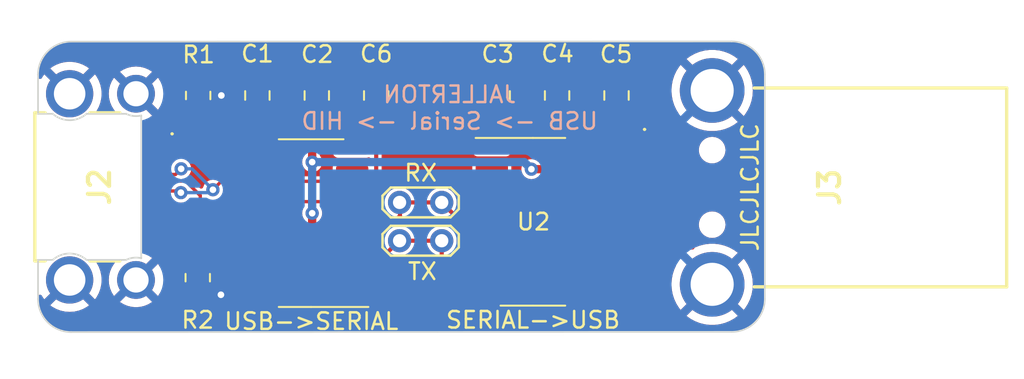
<source format=kicad_pcb>
(kicad_pcb (version 20221018) (generator pcbnew)
  (layers (0 "F.Cu" signal) (31 "B.Cu" signal) (34 "B.Paste" user) (35 "F.Paste" user) (36 "B.SilkS" user "B.Silkscreen") (37 "F.SilkS" user "F.Silkscreen") (38 "B.Mask" user) (39 "F.Mask" user) (44 "Edge.Cuts" user))
  (net 0 "")
  (net 10 "Net-(U2-V33)")
  (net 11 "GND")
  (net 12 "CC1")
  (net 13 "DI+")
  (net 14 "DI-")
  (net 16 "CC2")
  (net 17 "CH340_TX")
  (net 18 "CH340_RX")
  (net 20 "USB_VIN")
  (net 21 "Net-(U2-UD-)")
  (net 22 "Net-(U2-UD+)")
  (net 23 "Net-(U1-V3)")
  (footprint "Capacitor_SMD:C_0805_2012Metric_Pad1.18x1.45mm_HandSolder" (layer "F.Cu") (at 135.1788 69.2619 90)
    (fp_text reference "C4" (at 2.5107 0.0254) (layer "F.SilkS"))
    (fp_text value "10uF")
    (fp_line (start -0.261252 -0.735) (end 0.261252 -0.735) (stroke (width 0.12)) (layer "F.SilkS"))
    (fp_line (start -0.261252 0.735) (end 0.261252 0.735) (stroke (width 0.12)) (layer "F.SilkS"))
    (pad "1" smd roundrect (at -1.0375 0 90) (size 1.175 1.45) (layers "F.Cu" "F.Paste" "F.Mask") (roundrect_rratio 0.212766) (net 20 "USB_VIN"))
    (pad "2" smd roundrect (at 1.0375 0 90) (size 1.175 1.45) (layers "F.Cu" "F.Paste" "F.Mask") (roundrect_rratio 0.212766) (net 11 "GND"))
  )
  (footprint "TestPoint:TestPoint_2Pads_Pitch2.54mm_Drill0.8mm" (layer "F.Cu") (at 128.2246 78.0288 180)
    (fp_text reference "JP1" hide)
    (fp_text value "TX" (at 1.1684 -1.8542 180) (layer "F.SilkS"))
    (fp_line (start -1.03 -0.4) (end -0.53 -0.9) (stroke (width 0.15)) (layer "F.SilkS"))
    (fp_line (start -1.03 0.4) (end -1.03 -0.4) (stroke (width 0.15)) (layer "F.SilkS"))
    (fp_line (start -0.53 -0.9) (end 3.07 -0.9) (stroke (width 0.15)) (layer "F.SilkS"))
    (fp_line (start -0.53 0.9) (end -1.03 0.4) (stroke (width 0.15)) (layer "F.SilkS"))
    (fp_line (start 3.07 -0.9) (end 3.57 -0.4) (stroke (width 0.15)) (layer "F.SilkS"))
    (fp_line (start 3.07 0.9) (end -0.53 0.9) (stroke (width 0.15)) (layer "F.SilkS"))
    (fp_line (start 3.57 -0.4) (end 3.57 0.4) (stroke (width 0.15)) (layer "F.SilkS"))
    (fp_line (start 3.57 0.4) (end 3.07 0.9) (stroke (width 0.15)) (layer "F.SilkS"))
    (pad "1" thru_hole circle (at 0 0 180) (size 1.4 1.4) (drill 0.8) (layers "*.Cu" "*.Mask") (net 17 "CH340_TX"))
    (pad "2" thru_hole circle (at 2.54 0 180) (size 1.4 1.4) (drill 0.8) (layers "*.Cu" "*.Mask") (net 17 "CH340_TX"))
  )
  (footprint "Resistor_SMD:R_0805_2012Metric_Pad1.20x1.40mm_HandSolder" (layer "F.Cu") (at 113.5192 80.2586 -90)
    (fp_text reference "R2" (at 2.556 0) (layer "F.SilkS"))
    (fp_text value "5.1k")
    (fp_line (start -0.227064 -0.735) (end 0.227064 -0.735) (stroke (width 0.12)) (layer "F.SilkS"))
    (fp_line (start -0.227064 0.735) (end 0.227064 0.735) (stroke (width 0.12)) (layer "F.SilkS"))
    (pad "1" smd roundrect (at -1 0 270) (size 1.2 1.4) (layers "F.Cu" "F.Paste" "F.Mask") (roundrect_rratio 0.2083333333) (net 16 "CC2"))
    (pad "2" smd roundrect (at 1 0 270) (size 1.2 1.4) (layers "F.Cu" "F.Paste" "F.Mask") (roundrect_rratio 0.2083333333) (net 11 "GND"))
  )
  (footprint "Capacitor_SMD:C_0805_2012Metric_Pad1.18x1.45mm_HandSolder" (layer "F.Cu") (at 120.6952 69.2619 90)
    (fp_text reference "C2" (at 2.4853 0.0254 180) (layer "F.SilkS"))
    (fp_text value "10uF")
    (fp_line (start -0.261252 -0.735) (end 0.261252 -0.735) (stroke (width 0.12)) (layer "F.SilkS"))
    (fp_line (start -0.261252 0.735) (end 0.261252 0.735) (stroke (width 0.12)) (layer "F.SilkS"))
    (pad "1" smd roundrect (at -1.0375 0 90) (size 1.175 1.45) (layers "F.Cu" "F.Paste" "F.Mask") (roundrect_rratio 0.212766) (net 20 "USB_VIN"))
    (pad "2" smd roundrect (at 1.0375 0 90) (size 1.175 1.45) (layers "F.Cu" "F.Paste" "F.Mask") (roundrect_rratio 0.212766) (net 11 "GND"))
  )
  (footprint "LibraryLoader:480372200" (layer "F.Cu") (at 152.101 74.811 90)
    (fp_text reference "J3" (at 0 -0.5 90) (layer "F.SilkS") (effects (font (size 1.27 1.27) (thickness 0.254))))
    (fp_text value "48037-2200" hide)
    (fp_line (start -6 -5.035) (end -6 10.175) (stroke (width 0.2)) (layer "F.SilkS"))
    (fp_line (start -6 10.175) (end 6 10.175) (stroke (width 0.2)) (layer "F.SilkS"))
    (fp_line (start 3.5 -11.7) (end 3.5 -11.7) (stroke (width 0.1)) (layer "F.SilkS"))
    (fp_line (start 3.5 -11.6) (end 3.5 -11.6) (stroke (width 0.1)) (layer "F.SilkS"))
    (fp_line (start 6 10.175) (end 6 -5.035) (stroke (width 0.2)) (layer "F.SilkS"))
    (fp_arc (start 3.5 -11.7) (mid 3.55 -11.65) (end 3.5 -11.6) (stroke (width 0.1)) (layer "F.SilkS"))
    (fp_arc (start 3.5 -11.6) (mid 3.45 -11.65) (end 3.5 -11.7) (stroke (width 0.1)) (layer "F.SilkS"))
    (pad "" np_thru_hole circle (at -2.25 -7.575 90) (size 1.1 1.1) (drill 1.1) (layers "*.Cu" "*.Mask"))
    (pad "" np_thru_hole circle (at 2.25 -7.575 90) (size 1.1 1.1) (drill 1.1) (layers "*.Cu" "*.Mask"))
    (pad "1" smd rect (at 3.5 -10.175 90) (size 1.2 2) (layers "F.Cu" "F.Paste" "F.Mask"))
    (pad "2" smd rect (at 1 -10.175 90) (size 1.2 2) (layers "F.Cu" "F.Paste" "F.Mask") (net 21 "Net-(U2-UD-)"))
    (pad "3" smd rect (at -1 -10.175 90) (size 1.2 2) (layers "F.Cu" "F.Paste" "F.Mask") (net 22 "Net-(U2-UD+)"))
    (pad "4" smd rect (at -3.5 -10.175 90) (size 1.2 2) (layers "F.Cu" "F.Paste" "F.Mask") (net 11 "GND"))
    (pad "MH1" thru_hole circle (at 5.85 -7.575 90) (size 3.9 3.9) (drill 2.6) (layers "*.Cu" "*.Mask") (net 11 "GND"))
    (pad "MH2" thru_hole circle (at -5.85 -7.575 90) (size 3.9 3.9) (drill 2.6) (layers "*.Cu" "*.Mask") (net 11 "GND"))
  )
  (footprint "TestPoint:TestPoint_2Pads_Pitch2.54mm_Drill0.8mm" (layer "F.Cu") (at 128.2246 75.7174 180)
    (fp_text reference "JP2" hide)
    (fp_text value "RX" (at 1.27 1.778 180) (layer "F.SilkS"))
    (fp_line (start -1.03 -0.4) (end -0.53 -0.9) (stroke (width 0.15)) (layer "F.SilkS"))
    (fp_line (start -1.03 0.4) (end -1.03 -0.4) (stroke (width 0.15)) (layer "F.SilkS"))
    (fp_line (start -0.53 -0.9) (end 3.07 -0.9) (stroke (width 0.15)) (layer "F.SilkS"))
    (fp_line (start -0.53 0.9) (end -1.03 0.4) (stroke (width 0.15)) (layer "F.SilkS"))
    (fp_line (start 3.07 -0.9) (end 3.57 -0.4) (stroke (width 0.15)) (layer "F.SilkS"))
    (fp_line (start 3.07 0.9) (end -0.53 0.9) (stroke (width 0.15)) (layer "F.SilkS"))
    (fp_line (start 3.57 -0.4) (end 3.57 0.4) (stroke (width 0.15)) (layer "F.SilkS"))
    (fp_line (start 3.57 0.4) (end 3.07 0.9) (stroke (width 0.15)) (layer "F.SilkS"))
    (pad "1" thru_hole circle (at 0 0 180) (size 1.4 1.4) (drill 0.8) (layers "*.Cu" "*.Mask") (net 18 "CH340_RX"))
    (pad "2" thru_hole circle (at 2.54 0 180) (size 1.4 1.4) (drill 0.8) (layers "*.Cu" "*.Mask") (net 18 "CH340_RX"))
  )
  (footprint "Package_SO:SOIC-16_3.9x9.9mm_P1.27mm" (layer "F.Cu") (at 120.3538 76.966 180)
    (fp_text reference "U1" hide)
    (fp_text value "CH340C")
    (fp_line (start 0 -5.06) (end -3.45 -5.06) (stroke (width 0.12)) (layer "F.SilkS"))
    (fp_line (start 0 -5.06) (end 1.95 -5.06) (stroke (width 0.12)) (layer "F.SilkS"))
    (fp_line (start 0 5.06) (end -1.95 5.06) (stroke (width 0.12)) (layer "F.SilkS"))
    (fp_line (start 0 5.06) (end 1.95 5.06) (stroke (width 0.12)) (layer "F.SilkS"))
    (pad "1" smd roundrect (at -2.475 -4.445 180) (size 1.95 0.6) (layers "F.Cu" "F.Paste" "F.Mask") (net 11 "GND"))
    (pad "2" smd roundrect (at -2.475 -3.175 180) (size 1.95 0.6) (layers "F.Cu" "F.Paste" "F.Mask") (net 17 "CH340_TX"))
    (pad "3" smd roundrect (at -2.475 -1.905 180) (size 1.95 0.6) (layers "F.Cu" "F.Paste" "F.Mask") (net 18 "CH340_RX"))
    (pad "4" smd roundrect (at -2.475 -0.635 180) (size 1.95 0.6) (layers "F.Cu" "F.Paste" "F.Mask") (net 23 "Net-(U1-V3)"))
    (pad "5" smd roundrect (at -2.475 0.635 180) (size 1.95 0.6) (layers "F.Cu" "F.Paste" "F.Mask") (net 13 "DI+"))
    (pad "6" smd roundrect (at -2.475 1.905 180) (size 1.95 0.6) (layers "F.Cu" "F.Paste" "F.Mask") (net 14 "DI-"))
    (pad "7" smd roundrect (at -2.475 3.175 180) (size 1.95 0.6) (layers "F.Cu" "F.Paste" "F.Mask"))
    (pad "8" smd roundrect (at -2.475 4.445 180) (size 1.95 0.6) (layers "F.Cu" "F.Paste" "F.Mask"))
    (pad "9" smd roundrect (at 2.475 4.445 180) (size 1.95 0.6) (layers "F.Cu" "F.Paste" "F.Mask"))
    (pad "10" smd roundrect (at 2.475 3.175 180) (size 1.95 0.6) (layers "F.Cu" "F.Paste" "F.Mask"))
    (pad "11" smd roundrect (at 2.475 1.905 180) (size 1.95 0.6) (layers "F.Cu" "F.Paste" "F.Mask"))
    (pad "12" smd roundrect (at 2.475 0.635 180) (size 1.95 0.6) (layers "F.Cu" "F.Paste" "F.Mask"))
    (pad "13" smd roundrect (at 2.475 -0.635 180) (size 1.95 0.6) (layers "F.Cu" "F.Paste" "F.Mask"))
    (pad "14" smd roundrect (at 2.475 -1.905 180) (size 1.95 0.6) (layers "F.Cu" "F.Paste" "F.Mask"))
    (pad "15" smd roundrect (at 2.475 -3.175 180) (size 1.95 0.6) (layers "F.Cu" "F.Paste" "F.Mask"))
    (pad "16" smd roundrect (at 2.475 -4.445 180) (size 1.95 0.6) (layers "F.Cu" "F.Paste" "F.Mask") (net 20 "USB_VIN"))
  )
  (footprint "Farnell:USB4520031A" (layer "F.Cu") (at 106.9476 74.7776 -90)
    (fp_text reference "J2" (at 0 -0.65 90) (layer "F.SilkS") (effects (font (size 1.27 1.27) (thickness 0.254))))
    (fp_text value "USB4520-03-1-A" hide)
    (fp_line (start -4.47 -1.875) (end -4.47 -0.075) (stroke (width 0.2)) (layer "F.SilkS"))
    (fp_line (start -4.47 2.625) (end -4.47 3.25) (stroke (width 0.2)) (layer "F.SilkS"))
    (fp_line (start -4.47 3.25) (end 4.47 3.25) (stroke (width 0.2)) (layer "F.SilkS"))
    (fp_line (start -3.2 -5.075) (end -3.2 -5.075) (stroke (width 0.1)) (layer "F.SilkS"))
    (fp_line (start -3.2 -4.975) (end -3.2 -4.975) (stroke (width 0.1)) (layer "F.SilkS"))
    (fp_line (start 4.47 -1.875) (end 4.47 -0.075) (stroke (width 0.2)) (layer "F.SilkS"))
    (fp_line (start 4.47 3.25) (end 4.47 2.625) (stroke (width 0.2)) (layer "F.SilkS"))
    (fp_arc (start -3.2 -5.075) (mid -3.15 -5.025) (end -3.2 -4.975) (stroke (width 0.1)) (layer "F.SilkS"))
    (fp_arc (start -3.2 -4.975) (mid -3.25 -5.025) (end -3.2 -5.075) (stroke (width 0.1)) (layer "F.SilkS"))
    (pad "A1" smd rect (at -3.2 -4 270) (size 0.6 1.1) (layers "F.Cu" "F.Paste" "F.Mask") (net 11 "GND"))
    (pad "A4" smd rect (at -2.4 -4 270) (size 0.6 1.1) (layers "F.Cu" "F.Paste" "F.Mask") (net 20 "USB_VIN"))
    (pad "A5" smd rect (at -1.25 -4 270) (size 0.3 1.1) (layers "F.Cu" "F.Paste" "F.Mask") (net 12 "CC1"))
    (pad "A6" smd rect (at -0.25 -4 270) (size 0.3 1.1) (layers "F.Cu" "F.Paste" "F.Mask") (net 13 "DI+"))
    (pad "A7" smd rect (at 0.25 -4 270) (size 0.3 1.1) (layers "F.Cu" "F.Paste" "F.Mask") (net 14 "DI-"))
    (pad "A8" smd rect (at 1.25 -4 270) (size 0.3 1.1) (layers "F.Cu" "F.Paste" "F.Mask"))
    (pad "A9" smd rect (at 2.4 -4 270) (size 0.6 1.1) (layers "F.Cu" "F.Paste" "F.Mask") (net 20 "USB_VIN"))
    (pad "A12" smd rect (at 3.2 -4 270) (size 0.6 1.1) (layers "F.Cu" "F.Paste" "F.Mask") (net 11 "GND"))
    (pad "B5" smd rect (at 1.75 -4 270) (size 0.3 1.1) (layers "F.Cu" "F.Paste" "F.Mask") (net 16 "CC2"))
    (pad "B6" smd rect (at 0.75 -4 270) (size 0.3 1.1) (layers "F.Cu" "F.Paste" "F.Mask") (net 13 "DI+"))
    (pad "B7" smd rect (at -0.75 -4 270) (size 0.3 1.1) (layers "F.Cu" "F.Paste" "F.Mask") (net 14 "DI-"))
    (pad "B8" smd rect (at -1.75 -4 270) (size 0.3 1.1) (layers "F.Cu" "F.Paste" "F.Mask"))
    (pad "MH1" thru_hole circle (at -5.62 -2.85 270) (size 2.28 2.28) (drill 1.52) (layers "*.Cu" "*.Mask") (net 11 "GND"))
    (pad "MH2" thru_hole circle (at 5.62 -2.85 270) (size 2.28 2.28) (drill 1.52) (layers "*.Cu" "*.Mask") (net 11 "GND"))
    (pad "MH3" thru_hole circle (at -5.62 1.15 270) (size 2.85 2.85) (drill 1.9) (layers "*.Cu" "*.Mask") (net 11 "GND"))
    (pad "MH4" thru_hole circle (at 5.62 1.15 270) (size 2.85 2.85) (drill 1.9) (layers "*.Cu" "*.Mask") (net 11 "GND"))
  )
  (footprint "Capacitor_SMD:C_0805_2012Metric_Pad1.18x1.45mm_HandSolder" (layer "F.Cu") (at 124.2766 69.2619 -90)
    (fp_text reference "C6" (at -2.5107 0 -180) (layer "F.SilkS"))
    (fp_text value "100nF")
    (fp_line (start -0.261252 -0.735) (end 0.261252 -0.735) (stroke (width 0.12)) (layer "F.SilkS"))
    (fp_line (start -0.261252 0.735) (end 0.261252 0.735) (stroke (width 0.12)) (layer "F.SilkS"))
    (pad "1" smd roundrect (at -1.0375 0 270) (size 1.175 1.45) (layers "F.Cu" "F.Paste" "F.Mask") (roundrect_rratio 0.212766) (net 11 "GND"))
    (pad "2" smd roundrect (at 1.0375 0 270) (size 1.175 1.45) (layers "F.Cu" "F.Paste" "F.Mask") (roundrect_rratio 0.212766) (net 23 "Net-(U1-V3)"))
  )
  (footprint "Resistor_SMD:R_0805_2012Metric_Pad1.20x1.40mm_HandSolder" (layer "F.Cu") (at 113.5446 69.2619 90)
    (fp_text reference "R1" (at 2.4599 0.0254 180) (layer "F.SilkS"))
    (fp_text value "5.1k")
    (fp_line (start -0.227064 -0.735) (end 0.227064 -0.735) (stroke (width 0.12)) (layer "F.SilkS"))
    (fp_line (start -0.227064 0.735) (end 0.227064 0.735) (stroke (width 0.12)) (layer "F.SilkS"))
    (pad "1" smd roundrect (at -1 0 90) (size 1.2 1.4) (layers "F.Cu" "F.Paste" "F.Mask") (roundrect_rratio 0.2083333333) (net 12 "CC1"))
    (pad "2" smd roundrect (at 1 0 90) (size 1.2 1.4) (layers "F.Cu" "F.Paste" "F.Mask") (roundrect_rratio 0.2083333333) (net 11 "GND"))
  )
  (footprint "Capacitor_SMD:C_0805_2012Metric_Pad1.18x1.45mm_HandSolder" (layer "F.Cu") (at 117.1138 69.2619 90)
    (fp_text reference "C1" (at 2.5107 0 180) (layer "F.SilkS"))
    (fp_text value "100nF")
    (fp_line (start -0.261252 -0.735) (end 0.261252 -0.735) (stroke (width 0.12)) (layer "F.SilkS"))
    (fp_line (start -0.261252 0.735) (end 0.261252 0.735) (stroke (width 0.12)) (layer "F.SilkS"))
    (pad "1" smd roundrect (at -1.0375 0 90) (size 1.175 1.45) (layers "F.Cu" "F.Paste" "F.Mask") (roundrect_rratio 0.212766) (net 20 "USB_VIN"))
    (pad "2" smd roundrect (at 1.0375 0 90) (size 1.175 1.45) (layers "F.Cu" "F.Paste" "F.Mask") (roundrect_rratio 0.212766) (net 11 "GND"))
  )
  (footprint "Package_SO:SOIC-16_3.9x9.9mm_P1.27mm" (layer "F.Cu") (at 133.7198 76.8858)
    (fp_text reference "U2" (at 0.0366 0) (layer "F.SilkS"))
    (fp_text value "CH9329")
    (fp_line (start 0 -5.06) (end -3.45 -5.06) (stroke (width 0.12)) (layer "F.SilkS"))
    (fp_line (start 0 -5.06) (end 1.95 -5.06) (stroke (width 0.12)) (layer "F.SilkS"))
    (fp_line (start 0 5.06) (end -1.95 5.06) (stroke (width 0.12)) (layer "F.SilkS"))
    (fp_line (start 0 5.06) (end 1.95 5.06) (stroke (width 0.12)) (layer "F.SilkS"))
    (pad "1" smd roundrect (at -2.475 -4.445) (size 1.95 0.6) (layers "F.Cu" "F.Paste" "F.Mask"))
    (pad "2" smd roundrect (at -2.475 -3.175) (size 1.95 0.6) (layers "F.Cu" "F.Paste" "F.Mask"))
    (pad "3" smd roundrect (at -2.475 -1.905) (size 1.95 0.6) (layers "F.Cu" "F.Paste" "F.Mask"))
    (pad "4" smd roundrect (at -2.475 -0.635) (size 1.95 0.6) (layers "F.Cu" "F.Paste" "F.Mask"))
    (pad "5" smd roundrect (at -2.475 0.635) (size 1.95 0.6) (layers "F.Cu" "F.Paste" "F.Mask"))
    (pad "6" smd roundrect (at -2.475 1.905) (size 1.95 0.6) (layers "F.Cu" "F.Paste" "F.Mask"))
    (pad "7" smd roundrect (at -2.475 3.175) (size 1.95 0.6) (layers "F.Cu" "F.Paste" "F.Mask") (net 18 "CH340_RX"))
    (pad "8" smd roundrect (at -2.475 4.445) (size 1.95 0.6) (layers "F.Cu" "F.Paste" "F.Mask") (net 17 "CH340_TX"))
    (pad "9" smd roundrect (at 2.475 4.445) (size 1.95 0.6) (layers "F.Cu" "F.Paste" "F.Mask"))
    (pad "10" smd roundrect (at 2.475 3.175) (size 1.95 0.6) (layers "F.Cu" "F.Paste" "F.Mask"))
    (pad "11" smd roundrect (at 2.475 1.905) (size 1.95 0.6) (layers "F.Cu" "F.Paste" "F.Mask"))
    (pad "12" smd roundrect (at 2.475 0.635) (size 1.95 0.6) (layers "F.Cu" "F.Paste" "F.Mask") (net 22 "Net-(U2-UD+)"))
    (pad "13" smd roundrect (at 2.475 -0.635) (size 1.95 0.6) (layers "F.Cu" "F.Paste" "F.Mask") (net 21 "Net-(U2-UD-)"))
    (pad "14" smd roundrect (at 2.475 -1.905) (size 1.95 0.6) (layers "F.Cu" "F.Paste" "F.Mask") (net 11 "GND"))
    (pad "15" smd roundrect (at 2.475 -3.175) (size 1.95 0.6) (layers "F.Cu" "F.Paste" "F.Mask") (net 20 "USB_VIN"))
    (pad "16" smd roundrect (at 2.475 -4.445) (size 1.95 0.6) (layers "F.Cu" "F.Paste" "F.Mask") (net 10 "Net-(U2-V33)"))
  )
  (footprint "Capacitor_SMD:C_0805_2012Metric_Pad1.18x1.45mm_HandSolder" (layer "F.Cu") (at 138.7602 69.2619 -90)
    (fp_text reference "C5" (at -2.4853 0.0254) (layer "F.SilkS"))
    (fp_text value "100nF")
    (fp_line (start -0.261252 -0.735) (end 0.261252 -0.735) (stroke (width 0.12)) (layer "F.SilkS"))
    (fp_line (start -0.261252 0.735) (end 0.261252 0.735) (stroke (width 0.12)) (layer "F.SilkS"))
    (pad "1" smd roundrect (at -1.0375 0 270) (size 1.175 1.45) (layers "F.Cu" "F.Paste" "F.Mask") (roundrect_rratio 0.212766) (net 11 "GND"))
    (pad "2" smd roundrect (at 1.0375 0 270) (size 1.175 1.45) (layers "F.Cu" "F.Paste" "F.Mask") (roundrect_rratio 0.212766) (net 10 "Net-(U2-V33)"))
  )
  (footprint "Capacitor_SMD:C_0805_2012Metric_Pad1.18x1.45mm_HandSolder" (layer "F.Cu") (at 131.5974 69.2619 90)
    (fp_text reference "C3" (at 2.4931 0) (layer "F.SilkS"))
    (fp_text value "100nF")
    (fp_line (start -0.261252 -0.735) (end 0.261252 -0.735) (stroke (width 0.12)) (layer "F.SilkS"))
    (fp_line (start -0.261252 0.735) (end 0.261252 0.735) (stroke (width 0.12)) (layer "F.SilkS"))
    (pad "1" smd roundrect (at -1.0375 0 90) (size 1.175 1.45) (layers "F.Cu" "F.Paste" "F.Mask") (roundrect_rratio 0.212766) (net 20 "USB_VIN"))
    (pad "2" smd roundrect (at 1.0375 0 90) (size 1.175 1.45) (layers "F.Cu" "F.Paste" "F.Mask") (roundrect_rratio 0.212766) (net 11 "GND"))
  )
  (gr_arc (start 105.8926 83.5406) (mid 104.478386 82.954814) (end 103.8926 81.5406) (stroke (width 0.1)) (layer "Edge.Cuts"))
  (gr_arc (start 106.8136 70.3686) (mid 105.7976 70.754883) (end 104.7816 70.3686) (stroke (width 0.1)) (layer "Edge.Cuts"))
  (gr_arc (start 103.8926 68.0146) (mid 104.478386 66.600386) (end 105.8926 66.0146) (stroke (width 0.1)) (layer "Edge.Cuts"))
  (gr_arc (start 147.701 81.53) (mid 147.115214 82.944214) (end 145.701 83.53) (stroke (width 0.1)) (layer "Edge.Cuts"))
  (gr_line (start 106.8136 79.1866) (end 109.200782 79.185747) (stroke (width 0.1)) (layer "Edge.Cuts"))
  (gr_line (start 103.8926 68.0146) (end 103.8926 70.3686) (stroke (width 0.1)) (layer "Edge.Cuts"))
  (gr_arc (start 145.701 66.004) (mid 147.115214 66.589786) (end 147.701 68.004) (stroke (width 0.1)) (layer "Edge.Cuts"))
  (gr_line (start 104.7816 70.3686) (end 103.8926 70.3686) (stroke (width 0.1)) (layer "Edge.Cuts"))
  (gr_line (start 104.7816 79.1866) (end 103.8926 79.1866) (stroke (width 0.1)) (layer "Edge.Cuts"))
  (gr_arc (start 109.200782 79.185747) (mid 109.649399 79.055548) (end 110.1156 79.085) (stroke (width 0.1)) (layer "Edge.Cuts"))
  (gr_line (start 145.701 66.004) (end 105.8926 66.0146) (stroke (width 0.1)) (layer "Edge.Cuts"))
  (gr_arc (start 110.1156 70.4702) (mid 109.649399 70.499662) (end 109.200782 70.369453) (stroke (width 0.1)) (layer "Edge.Cuts"))
  (gr_line (start 147.701 68.004) (end 147.701 81.53) (stroke (width 0.1)) (layer "Edge.Cuts"))
  (gr_line (start 145.701 83.53) (end 105.8926 83.5406) (stroke (width 0.1)) (layer "Edge.Cuts"))
  (gr_line (start 106.8136 70.3686) (end 109.200782 70.369453) (stroke (width 0.1)) (layer "Edge.Cuts"))
  (gr_arc (start 104.7816 79.1866) (mid 105.7976 78.800317) (end 106.8136 79.1866) (stroke (width 0.1)) (layer "Edge.Cuts"))
  (gr_line (start 103.8926 81.5406) (end 103.8926 79.1866) (stroke (width 0.1)) (layer "Edge.Cuts"))
  (gr_line (start 110.1156 70.4702) (end 110.1156 79.085) (stroke (width 0.1)) (layer "Edge.Cuts"))
  (gr_text "JALLERTON\nUSB -> Serial -> HID" (at 128.7018 71.3994) (layer "B.SilkS") (effects (font (size 1 1)) (justify bottom mirror)))
  (gr_text "JLCJLCJLC" (at 147.3962 78.755644 90) (layer "F.SilkS") (effects (font (size 1 1)) (justify left bottom)))
  (gr_text "SERIAL->USB" (at 128.394205 83.3988) (layer "F.SilkS") (effects (font (size 1 1)) (justify left bottom)))
  (gr_text "USB->SERIAL" (at 115.028205 83.479) (layer "F.SilkS") (effects (font (size 1 1)) (justify left bottom)))
  (segment (start 138.7602 70.2994) (end 138.3362 70.2994) (width 0.25) (layer "F.Cu") (net 10))
  (segment (start 138.3362 70.2994) (end 136.1948 72.4408) (width 0.25) (layer "F.Cu") (net 10))
  (via (at 114.9162 81.2906) (size 0.8) (drill 0.4) (layers "F.Cu" "B.Cu") (net 11))
  (via (at 114.9416 69.2619) (size 0.8) (drill 0.4) (layers "F.Cu" "B.Cu") (net 11))
  (segment (start 110.9476 73.5276) (end 111.6556 73.5276) (width 0.25) (layer "F.Cu") (net 12))
  (segment (start 111.6556 73.5276) (end 113.5446 71.6386) (width 0.25) (layer "F.Cu") (net 12))
  (segment (start 113.5446 71.6386) (end 113.5446 70.2725) (width 0.25) (layer "F.Cu") (net 12))
  (segment (start 113.6904 75.6706) (end 122.1684 75.6706) (width 0.2) (layer "F.Cu") (net 13))
  (segment (start 113.6716 75.6518) (end 113.6904 75.6706) (width 0.2) (layer "F.Cu") (net 13))
  (segment (start 112.792757 74.4276) (end 113.6716 75.306443) (width 0.2) (layer "F.Cu") (net 13))
  (segment (start 113.6716 75.6518) (end 112.967557 75.6518) (width 0.2) (layer "F.Cu") (net 13))
  (segment (start 111.7976 74.4276) (end 112.792757 74.4276) (width 0.2) (layer "F.Cu") (net 13))
  (segment (start 113.6716 75.306443) (end 113.6716 75.6518) (width 0.2) (layer "F.Cu") (net 13))
  (segment (start 110.9476 74.5276) (end 111.6976 74.5276) (width 0.2) (layer "F.Cu") (net 13))
  (segment (start 112.967557 75.6518) (end 112.792257 75.8271) (width 0.2) (layer "F.Cu") (net 13))
  (segment (start 111.912857 75.5276) (end 112.212357 75.8271) (width 0.2) (layer "F.Cu") (net 13))
  (segment (start 112.792257 75.8271) (end 112.212357 75.8271) (width 0.2) (layer "F.Cu") (net 13))
  (segment (start 111.6976 74.5276) (end 111.7976 74.4276) (width 0.2) (layer "F.Cu") (net 13))
  (segment (start 110.9476 75.5276) (end 111.912857 75.5276) (width 0.2) (layer "F.Cu") (net 13))
  (segment (start 122.8288 76.331) (end 122.1684 75.6706) (width 0.2) (layer "F.Cu") (net 13))
  (segment (start 114.4336 74.9523) (end 114.9437 74.4422) (width 0.2) (layer "F.Cu") (net 14))
  (segment (start 110.9476 74.0276) (end 112.180198 74.0276) (width 0.2) (layer "F.Cu") (net 14))
  (segment (start 112.180198 74.0276) (end 112.518183 73.689615) (width 0.2) (layer "F.Cu") (net 14))
  (segment (start 112.402807 75.0276) (end 110.9476 75.0276) (width 0.2) (layer "F.Cu") (net 14))
  (segment (start 114.9437 74.4422) (end 122.21 74.4422) (width 0.2) (layer "F.Cu") (net 14))
  (segment (start 112.502307 75.1271) (end 112.402807 75.0276) (width 0.2) (layer "F.Cu") (net 14))
  (segment (start 122.21 74.4422) (end 122.8288 75.061) (width 0.2) (layer "F.Cu") (net 14))
  (via (at 112.518183 73.689615) (size 0.8) (drill 0.4) (layers "F.Cu" "B.Cu") (net 14))
  (via (at 114.4336 74.9523) (size 0.8) (drill 0.4) (layers "F.Cu" "B.Cu") (net 14))
  (via (at 112.502307 75.1271) (size 0.8) (drill 0.4) (layers "F.Cu" "B.Cu") (net 14))
  (segment (start 112.502307 75.1271) (end 114.2588 75.1271) (width 0.2) (layer "B.Cu") (net 14))
  (segment (start 114.2588 75.1271) (end 114.4336 74.9523) (width 0.2) (layer "B.Cu") (net 14))
  (segment (start 113.170915 73.689615) (end 114.4336 74.9523) (width 0.2) (layer "B.Cu") (net 14))
  (segment (start 112.518183 73.689615) (end 113.170915 73.689615) (width 0.2) (layer "B.Cu") (net 14))
  (segment (start 113.5192 77.986028) (end 113.5192 79.2586) (width 0.25) (layer "F.Cu") (net 16))
  (segment (start 110.9476 76.5276) (end 112.060772 76.5276) (width 0.25) (layer "F.Cu") (net 16))
  (segment (start 112.060772 76.5276) (end 113.5192 77.986028) (width 0.25) (layer "F.Cu") (net 16))
  (segment (start 130.536651 81.3308) (end 131.2448 81.3308) (width 0.25) (layer "F.Cu") (net 17))
  (segment (start 128.2246 78.0288) (end 128.2246 79.018749) (width 0.25) (layer "F.Cu") (net 17))
  (segment (start 128.2246 79.018749) (end 130.536651 81.3308) (width 0.25) (layer "F.Cu") (net 17))
  (segment (start 122.8288 80.141) (end 123.547 80.141) (width 0.25) (layer "F.Cu") (net 17))
  (segment (start 123.547 80.141) (end 125.71 77.978) (width 0.25) (layer "F.Cu") (net 17))
  (segment (start 125.6846 78.0288) (end 128.2246 78.0288) (width 0.25) (layer "F.Cu") (net 17))
  (segment (start 122.8288 78.871) (end 123.367431 78.871) (width 0.25) (layer "F.Cu") (net 18))
  (segment (start 128.2246 75.7174) (end 129.2496 76.7424) (width 0.25) (layer "F.Cu") (net 18))
  (segment (start 125.6846 75.7174) (end 128.2246 75.7174) (width 0.25) (layer "F.Cu") (net 18))
  (segment (start 129.2496 78.442351) (end 130.868049 80.0608) (width 0.25) (layer "F.Cu") (net 18))
  (segment (start 123.367431 78.871) (end 125.71 76.528431) (width 0.25) (layer "F.Cu") (net 18))
  (segment (start 129.2496 76.7424) (end 129.2496 78.442351) (width 0.25) (layer "F.Cu") (net 18))
  (segment (start 130.868049 80.0608) (end 131.2448 80.0608) (width 0.25) (layer "F.Cu") (net 18))
  (segment (start 125.71 76.528431) (end 125.71 75.6666) (width 0.25) (layer "F.Cu") (net 18))
  (segment (start 134.7698 70.7084) (end 134.7698 72.839328) (width 0.5) (layer "F.Cu") (net 20))
  (segment (start 134.7698 72.839328) (end 135.641272 73.7108) (width 0.5) (layer "F.Cu") (net 20))
  (segment (start 111.8976 72.3776) (end 110.9476 72.3776) (width 0.5) (layer "F.Cu") (net 20))
  (segment (start 114.284549 67.2119) (end 112.7897 67.2119) (width 0.5) (layer "F.Cu") (net 20))
  (segment (start 111.9476 81.5224) (end 112.7826 82.3574) (width 0.5) (layer "F.Cu") (net 20))
  (segment (start 112.7826 82.3574) (end 116.9324 82.3574) (width 0.5) (layer "F.Cu") (net 20))
  (segment (start 120.4158 73.283) (end 120.4158 70.5788) (width 0.5) (layer "F.Cu") (net 20))
  (segment (start 111.8976 77.1776) (end 111.9476 77.2276) (width 0.5) (layer "F.Cu") (net 20))
  (segment (start 110.9476 77.1776) (end 111.8976 77.1776) (width 0.5) (layer "F.Cu") (net 20))
  (segment (start 136.1948 73.7108) (end 133.6294 73.7108) (width 0.5) (layer "F.Cu") (net 20))
  (segment (start 111.8976 72.3776) (end 111.9476 72.3276) (width 0.5) (layer "F.Cu") (net 20))
  (segment (start 118.3988 80.891) (end 118.952328 80.891) (width 0.5) (layer "F.Cu") (net 20))
  (segment (start 131.3688 70.528) (end 131.5974 70.2994) (width 0.5) (layer "F.Cu") (net 20))
  (segment (start 131.5974 70.2994) (end 135.1788 70.2994) (width 0.5) (layer "F.Cu") (net 20))
  (segment (start 117.8788 81.411) (end 118.3988 80.891) (width 0.5) (layer "F.Cu") (net 20))
  (segment (start 112.7897 67.2119) (end 111.9476 68.054) (width 0.5) (layer "F.Cu") (net 20))
  (segment (start 117.1138 70.041151) (end 114.284549 67.2119) (width 0.5) (layer "F.Cu") (net 20))
  (segment (start 116.9324 82.3574) (end 117.8788 81.411) (width 0.5) (layer "F.Cu") (net 20))
  (segment (start 111.9476 77.2276) (end 111.9476 81.5224) (width 0.5) (layer "F.Cu") (net 20))
  (segment (start 120.6952 70.2994) (end 117.1138 70.2994) (width 0.5) (layer "F.Cu") (net 20))
  (segment (start 135.1788 70.2994) (end 134.7698 70.7084) (width 0.5) (layer "F.Cu") (net 20))
  (segment (start 118.952328 80.891) (end 120.4158 79.427528) (width 0.5) (layer "F.Cu") (net 20))
  (segment (start 120.4158 79.427528) (end 120.4158 76.3701) (width 0.5) (layer "F.Cu") (net 20))
  (segment (start 111.9476 72.3276) (end 111.9476 68.054) (width 0.5) (layer "F.Cu") (net 20))
  (segment (start 135.641272 73.7108) (end 136.1948 73.7108) (width 0.5) (layer "F.Cu") (net 20))
  (segment (start 120.4158 70.5788) (end 120.6952 70.2994) (width 0.5) (layer "F.Cu") (net 20))
  (segment (start 117.1138 70.2994) (end 117.1138 70.041151) (width 0.5) (layer "F.Cu") (net 20))
  (via (at 133.6294 73.7108) (size 0.8) (drill 0.4) (layers "F.Cu" "B.Cu") (net 20))
  (via (at 120.4158 76.3701) (size 0.8) (drill 0.4) (layers "F.Cu" "B.Cu") (net 20))
  (via (at 120.4158 73.283) (size 0.8) (drill 0.4) (layers "F.Cu" "B.Cu") (net 20))
  (segment (start 120.4158 73.283) (end 120.4158 76.2548) (width 0.5) (layer "B.Cu") (net 20))
  (segment (start 133.2016 73.283) (end 133.6294 73.7108) (width 0.5) (layer "B.Cu") (net 20))
  (segment (start 120.4158 73.283) (end 133.2016 73.283) (width 0.5) (layer "B.Cu") (net 20))
  (segment (start 140.565 73.811) (end 141.926 73.811) (width 0.25) (layer "F.Cu") (net 21))
  (segment (start 138.1252 76.2508) (end 140.565 73.811) (width 0.25) (layer "F.Cu") (net 21))
  (segment (start 136.1948 76.2508) (end 138.1252 76.2508) (width 0.25) (layer "F.Cu") (net 21))
  (segment (start 138.6586 77.5208) (end 136.1948 77.5208) (width 0.25) (layer "F.Cu") (net 22))
  (segment (start 141.926 75.811) (end 140.3684 75.811) (width 0.25) (layer "F.Cu") (net 22))
  (segment (start 140.3684 75.811) (end 138.6586 77.5208) (width 0.25) (layer "F.Cu") (net 22))
  (segment (start 124.2766 76.529951) (end 124.2766 70.3796) (width 0.25) (layer "F.Cu") (net 23))
  (segment (start 123.205551 77.601) (end 124.2766 76.529951) (width 0.25) (layer "F.Cu") (net 23))
  (segment (start 122.8288 77.601) (end 123.205551 77.601) (width 0.25) (layer "F.Cu") (net 23))
  (zone (net 11) (net_name "GND") (layers "F&B.Cu") (priority 1) (connect_pads (clearance 0.2)) (min_thickness 0.25) (fill yes (thermal_gap 0.5) (thermal_bridge_width 0.5))
    (polygon (pts (xy 101.6 63.5) (xy 152.4 63.5) (xy 152.4 86.36) (xy 101.6 86.36)))
  )
)
</source>
